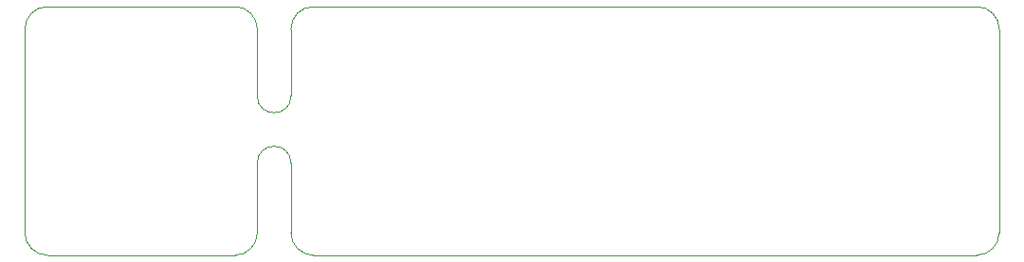
<source format=gbr>
%TF.GenerationSoftware,KiCad,Pcbnew,8.0.6*%
%TF.CreationDate,2024-11-11T23:30:30+07:00*%
%TF.ProjectId,panel,70616e65-6c2e-46b6-9963-61645f706362,rev?*%
%TF.SameCoordinates,PX6b0cc90PY5b8d800*%
%TF.FileFunction,Profile,NP*%
%FSLAX46Y46*%
G04 Gerber Fmt 4.6, Leading zero omitted, Abs format (unit mm)*
G04 Created by KiCad (PCBNEW 8.0.6) date 2024-11-11 23:30:30*
%MOMM*%
%LPD*%
G01*
G04 APERTURE LIST*
%TA.AperFunction,Profile*%
%ADD10C,0.100000*%
%TD*%
G04 APERTURE END LIST*
D10*
X20750000Y14250000D02*
X20750000Y20250000D01*
X84999999Y0D02*
X25749999Y0D01*
X23750000Y14250000D02*
X23749999Y20250000D01*
X23750000Y14250000D02*
G75*
G02*
X20750000Y14250000I-1500000J0D01*
G01*
X25749999Y0D02*
G75*
G02*
X23750020Y1991119I1J2000000D01*
G01*
X20750000Y8250000D02*
X20750002Y1999998D01*
X84999999Y22250000D02*
G75*
G02*
X87000000Y20250000I1J-2000000D01*
G01*
X86999997Y20250000D02*
X86999999Y1999998D01*
X25749999Y22250000D02*
X84999999Y22250000D01*
X20750000Y8250000D02*
G75*
G02*
X23750000Y8250000I1500000J0D01*
G01*
X23750000Y8250000D02*
X23750000Y1991119D01*
X86999999Y1999998D02*
G75*
G02*
X84999999Y1I-1999999J2D01*
G01*
X23749999Y20250000D02*
G75*
G02*
X25749999Y22250001I2000001J0D01*
G01*
X20750002Y1999998D02*
G75*
G02*
X18750002Y-2I-2000002J2D01*
G01*
X5Y20250001D02*
X4Y2000000D01*
X2000005Y22249999D02*
X18750002Y22250000D01*
X2000002Y0D02*
G75*
G02*
X3Y2000000I0J1999999D01*
G01*
X18750002Y0D02*
X2000002Y0D01*
X5Y20250001D02*
G75*
G02*
X2000005Y22249996I1999997J-2D01*
G01*
X18750002Y22250000D02*
G75*
G02*
X20750003Y20250000I0J-2000001D01*
G01*
M02*

</source>
